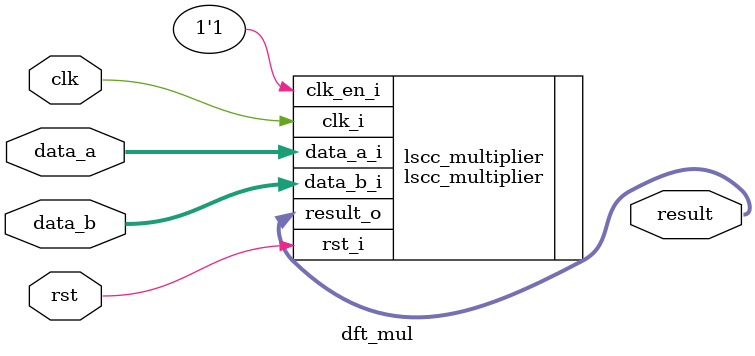
<source format=v>
module dft_mul
#(
    parameter DATA_A_W      = 16,
    parameter DATA_B_W      = 16,
    parameter DATA_A_SIGNED = "on",     // "on" / "off"
    parameter DATA_B_SIGNED = "on",     // "on" / "off"
    parameter INPUT_REG     = "off",    // "on" / "off"
    parameter OUTPUT_REG    = "on"      // "on" / "off"
)
(
    // System
    input wire                 clk,  // System clock
    input wire                 rst,  // System reset
    // Input data
    input  wire [DATA_A_W-1:0] data_a, // Data A
    input  wire [DATA_B_W-1:0] data_b, // Data B
    // Output data
    output wire [DATA_A_W+DATA_B_W-1:0] result  // Result
);

lscc_multiplier
#(
    .USE_COEFF (0),
    .A_WIDTH   (DATA_A_W),
    .B_WIDTH   (DATA_B_W),
    .A_SIGNED  (DATA_A_SIGNED),
    .B_SIGNED  (DATA_B_SIGNED),
    .USE_IREG  (INPUT_REG),
    .USE_OREG  (OUTPUT_REG),
    .PIPELINES (0),
    .IMPL      ("DSP")
) lscc_multiplier (
    .clk_i      (clk),
    .clk_en_i   (1'b1),
    .rst_i      (rst),
    .data_a_i   (data_a),
    .data_b_i   (data_b),
    .result_o   (result)
);

endmodule
</source>
